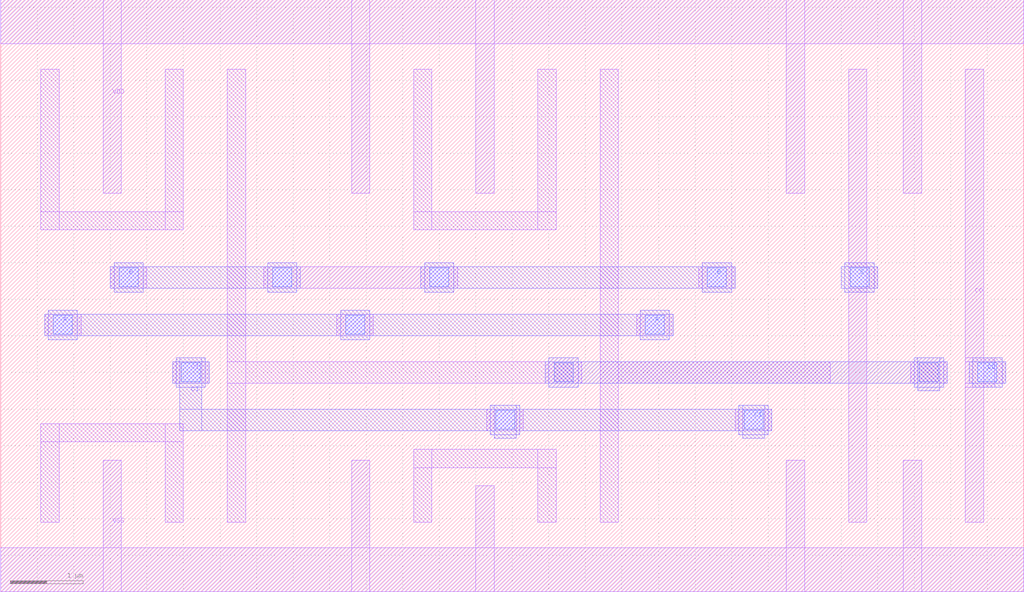
<source format=lef>
# Copyright 2022 Google LLC
# Licensed under the Apache License, Version 2.0 (the "License");
# you may not use this file except in compliance with the License.
# You may obtain a copy of the License at
#
#      http://www.apache.org/licenses/LICENSE-2.0
#
# Unless required by applicable law or agreed to in writing, software
# distributed under the License is distributed on an "AS IS" BASIS,
# WITHOUT WARRANTIES OR CONDITIONS OF ANY KIND, either express or implied.
# See the License for the specific language governing permissions and
# limitations under the License.
VERSION 5.7 ;
BUSBITCHARS "[]" ;
DIVIDERCHAR "/" ;

MACRO gf180mcu_osu_sc_gp12t3v3__addf_1
  CLASS CORE ;
  ORIGIN 0 0 ;
  FOREIGN gf180mcu_osu_sc_gp12t3v3__addf_1 0 0 ;
  SIZE 14 BY 8.1 ;
  SYMMETRY X Y ;
  SITE GF180_3p3_12t ;
  PIN VDD
    DIRECTION INOUT ;
    USE POWER ;
    SHAPE ABUTMENT ;
    PORT
      LAYER MET1 ;
        RECT 0 7.5 14 8.1 ;
        RECT 12.35 5.45 12.6 8.1 ;
        RECT 10.75 5.45 11 8.1 ;
        RECT 6.5 5.45 6.75 8.1 ;
        RECT 4.8 5.45 5.05 8.1 ;
        RECT 1.4 5.45 1.65 8.1 ;
    END
  END VDD
  PIN VSS
    DIRECTION INOUT ;
    USE GROUND ;
    PORT
      LAYER MET1 ;
        RECT 0 0 14 0.6 ;
        RECT 12.35 0 12.6 1.8 ;
        RECT 10.75 0 11 1.8 ;
        RECT 6.5 0 6.75 1.45 ;
        RECT 4.8 0 5.05 1.8 ;
        RECT 1.4 0 1.65 1.8 ;
    END
  END VSS
  PIN A
    DIRECTION INPUT ;
    USE SIGNAL ;
    PORT
      LAYER MET1 ;
        RECT 8.7 3.5 9.2 3.8 ;
        RECT 4.6 3.5 5.1 3.8 ;
        RECT 0.6 3.5 1.1 3.8 ;
      LAYER MET2 ;
        RECT 0.6 3.5 9.2 3.8 ;
        RECT 8.75 3.45 9.15 3.85 ;
        RECT 4.65 3.45 5.05 3.85 ;
        RECT 0.65 3.45 1.05 3.85 ;
      LAYER VIA12 ;
        RECT 0.72 3.52 0.98 3.78 ;
        RECT 4.72 3.52 4.98 3.78 ;
        RECT 8.82 3.52 9.08 3.78 ;
    END
  END A
  PIN B
    DIRECTION INPUT ;
    USE SIGNAL ;
    PORT
      LAYER MET1 ;
        RECT 9.55 4.15 10.05 4.45 ;
        RECT 3.6 4.15 6.25 4.45 ;
        RECT 1.5 4.15 2 4.45 ;
      LAYER MET2 ;
        RECT 5.75 4.15 10.05 4.45 ;
        RECT 9.6 4.1 10 4.5 ;
        RECT 5.8 4.1 6.2 4.5 ;
        RECT 1.5 4.15 4.1 4.45 ;
        RECT 3.65 4.1 4.05 4.5 ;
        RECT 1.55 4.1 1.95 4.5 ;
      LAYER VIA12 ;
        RECT 1.62 4.17 1.88 4.43 ;
        RECT 3.72 4.17 3.98 4.43 ;
        RECT 5.87 4.17 6.13 4.43 ;
        RECT 9.67 4.17 9.93 4.43 ;
    END
  END B
  PIN CI
    DIRECTION INPUT ;
    USE SIGNAL ;
    PORT
      LAYER MET1 ;
        RECT 10.05 2.2 10.55 2.5 ;
        RECT 6.65 2.2 7.15 2.5 ;
        RECT 2.35 2.85 2.85 3.15 ;
      LAYER MET2 ;
        RECT 2.45 2.2 10.55 2.5 ;
        RECT 10.1 2.15 10.5 2.55 ;
        RECT 10.15 2.1 10.45 2.55 ;
        RECT 6.7 2.15 7.1 2.55 ;
        RECT 6.75 2.1 7.05 2.55 ;
        RECT 2.35 2.85 2.85 3.15 ;
        RECT 2.4 2.8 2.8 3.2 ;
        RECT 2.45 2.2 2.75 3.2 ;
      LAYER VIA12 ;
        RECT 2.47 2.87 2.73 3.13 ;
        RECT 6.77 2.22 7.03 2.48 ;
        RECT 10.17 2.22 10.43 2.48 ;
    END
  END CI
  PIN CO
    DIRECTION OUTPUT ;
    USE SIGNAL ;
    PORT
      LAYER MET1 ;
        RECT 13.2 2.85 13.75 3.15 ;
        RECT 13.2 2.8 13.6 3.2 ;
        RECT 13.2 0.95 13.45 7.15 ;
      LAYER MET2 ;
        RECT 13.25 2.85 13.75 3.15 ;
        RECT 13.3 2.8 13.7 3.2 ;
      LAYER VIA12 ;
        RECT 13.37 2.87 13.63 3.13 ;
    END
  END CO
  PIN S
    DIRECTION OUTPUT ;
    USE SIGNAL ;
    PORT
      LAYER MET1 ;
        RECT 11.6 4.15 12 4.45 ;
        RECT 11.6 0.95 11.85 7.15 ;
      LAYER MET2 ;
        RECT 11.5 4.15 12 4.45 ;
        RECT 11.55 4.1 11.95 4.5 ;
      LAYER VIA12 ;
        RECT 11.62 4.17 11.88 4.43 ;
    END
  END S
  OBS
    LAYER MET2 ;
      RECT 12.5 2.8 12.9 3.2 ;
      RECT 7.5 2.8 7.9 3.2 ;
      RECT 7.45 2.85 12.95 3.15 ;
      RECT 12.55 2.75 12.85 3.2 ;
    LAYER VIA12 ;
      RECT 12.57 2.87 12.83 3.13 ;
      RECT 7.57 2.87 7.83 3.13 ;
    LAYER MET1 ;
      RECT 8.2 0.95 8.45 7.15 ;
      RECT 8.2 2.85 11.35 3.15 ;
      RECT 3.1 0.95 3.35 7.15 ;
      RECT 3.1 2.85 7.95 3.15 ;
      RECT 5.65 1.7 7.6 1.95 ;
      RECT 7.35 0.95 7.6 1.95 ;
      RECT 5.65 0.95 5.9 1.95 ;
      RECT 7.35 4.95 7.6 7.15 ;
      RECT 5.65 4.95 5.9 7.15 ;
      RECT 5.65 4.95 7.6 5.2 ;
      RECT 0.55 2.05 2.5 2.3 ;
      RECT 2.25 0.95 2.5 2.3 ;
      RECT 0.55 0.95 0.8 2.3 ;
      RECT 2.25 4.95 2.5 7.15 ;
      RECT 0.55 4.95 0.8 7.15 ;
      RECT 0.55 4.95 2.5 5.2 ;
      RECT 12.45 2.85 12.95 3.15 ;
  END
END gf180mcu_osu_sc_gp12t3v3__addf_1

</source>
